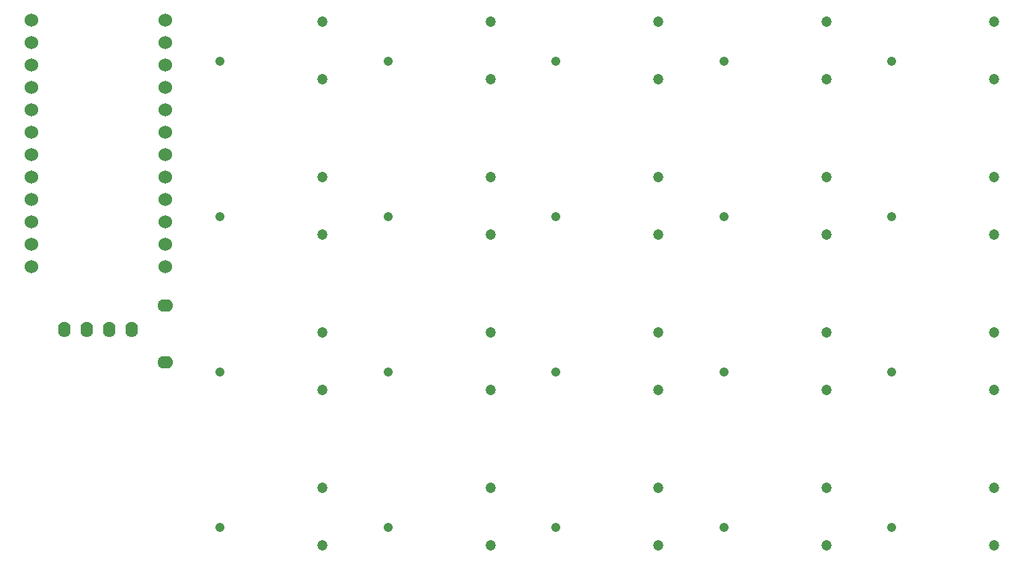
<source format=gbr>
%TF.GenerationSoftware,KiCad,Pcbnew,9.0.5*%
%TF.CreationDate,2025-10-15T11:26:38+02:00*%
%TF.ProjectId,numpad,6e756d70-6164-42e6-9b69-6361645f7063,rev?*%
%TF.SameCoordinates,Original*%
%TF.FileFunction,Soldermask,Bot*%
%TF.FilePolarity,Negative*%
%FSLAX46Y46*%
G04 Gerber Fmt 4.6, Leading zero omitted, Abs format (unit mm)*
G04 Created by KiCad (PCBNEW 9.0.5) date 2025-10-15 11:26:38*
%MOMM*%
%LPD*%
G01*
G04 APERTURE LIST*
%ADD10C,1.050000*%
%ADD11C,1.200000*%
%ADD12O,1.778000X1.397000*%
%ADD13C,1.524000*%
%ADD14O,1.397000X1.778000*%
G04 APERTURE END LIST*
D10*
%TO.C,SW17*%
X71400000Y-90900000D03*
D11*
X83000000Y-86440000D03*
X83000000Y-92960000D03*
%TD*%
D10*
%TO.C,SW15*%
X128400000Y-73300000D03*
D11*
X140000000Y-68840000D03*
X140000000Y-75360000D03*
%TD*%
D10*
%TO.C,SW14*%
X109400000Y-73300000D03*
D11*
X121000000Y-68840000D03*
X121000000Y-75360000D03*
%TD*%
D10*
%TO.C,SW2*%
X71400000Y-38100000D03*
D11*
X83000000Y-33640000D03*
X83000000Y-40160000D03*
%TD*%
D10*
%TO.C,SW9*%
X109400000Y-55700000D03*
D11*
X121000000Y-51240000D03*
X121000000Y-57760000D03*
%TD*%
D12*
%TO.C,RSW1*%
X46212000Y-72261000D03*
X46212000Y-65761000D03*
%TD*%
D10*
%TO.C,SW5*%
X128400000Y-38100000D03*
D11*
X140000000Y-33640000D03*
X140000000Y-40160000D03*
%TD*%
D10*
%TO.C,SW6*%
X52400000Y-55700000D03*
D11*
X64000000Y-51240000D03*
X64000000Y-57760000D03*
%TD*%
D10*
%TO.C,SW13*%
X90400000Y-73300000D03*
D11*
X102000000Y-68840000D03*
X102000000Y-75360000D03*
%TD*%
D10*
%TO.C,SW4*%
X109400000Y-38100000D03*
D11*
X121000000Y-33640000D03*
X121000000Y-40160000D03*
%TD*%
D10*
%TO.C,SW19*%
X109400000Y-90900000D03*
D11*
X121000000Y-86440000D03*
X121000000Y-92960000D03*
%TD*%
D10*
%TO.C,SW10*%
X128400000Y-55700000D03*
D11*
X140000000Y-51240000D03*
X140000000Y-57760000D03*
%TD*%
D10*
%TO.C,SW3*%
X90400000Y-38100000D03*
D11*
X102000000Y-33640000D03*
X102000000Y-40160000D03*
%TD*%
D10*
%TO.C,SW7*%
X71400000Y-55700000D03*
D11*
X83000000Y-51240000D03*
X83000000Y-57760000D03*
%TD*%
D10*
%TO.C,SW8*%
X90400000Y-55700000D03*
D11*
X102000000Y-51240000D03*
X102000000Y-57760000D03*
%TD*%
D13*
%TO.C,U1*%
X46211400Y-33422000D03*
X46211400Y-35962000D03*
X46211400Y-38502000D03*
X46211400Y-41042000D03*
X46211400Y-43582000D03*
X46211400Y-46122000D03*
X46211400Y-48662000D03*
X46211400Y-51202000D03*
X46211400Y-53742000D03*
X46211400Y-56282000D03*
X46211400Y-58822000D03*
X46211400Y-61362000D03*
X30991400Y-61362000D03*
X30991400Y-58822000D03*
X30991400Y-56282000D03*
X30991400Y-53742000D03*
X30991400Y-51202000D03*
X30991400Y-48662000D03*
X30991400Y-46122000D03*
X30991400Y-43582000D03*
X30991400Y-41042000D03*
X30991400Y-38502000D03*
X30991400Y-35962000D03*
X30991400Y-33422000D03*
%TD*%
D10*
%TO.C,SW16*%
X52400000Y-90900000D03*
D11*
X64000000Y-86440000D03*
X64000000Y-92960000D03*
%TD*%
D10*
%TO.C,SW12*%
X71400000Y-73300000D03*
D11*
X83000000Y-68840000D03*
X83000000Y-75360000D03*
%TD*%
D10*
%TO.C,SW20*%
X128400000Y-90900000D03*
D11*
X140000000Y-86440000D03*
X140000000Y-92960000D03*
%TD*%
D10*
%TO.C,SW11*%
X52400000Y-73300000D03*
D11*
X64000000Y-68840000D03*
X64000000Y-75360000D03*
%TD*%
D10*
%TO.C,SW1*%
X52400000Y-38100000D03*
D11*
X64000000Y-33640000D03*
X64000000Y-40160000D03*
%TD*%
D10*
%TO.C,SW18*%
X90400000Y-90900000D03*
D11*
X102000000Y-86440000D03*
X102000000Y-92960000D03*
%TD*%
D14*
%TO.C,OLED*%
X34736000Y-68508000D03*
X37276000Y-68508000D03*
X39816000Y-68508000D03*
X42356000Y-68508000D03*
%TD*%
M02*

</source>
